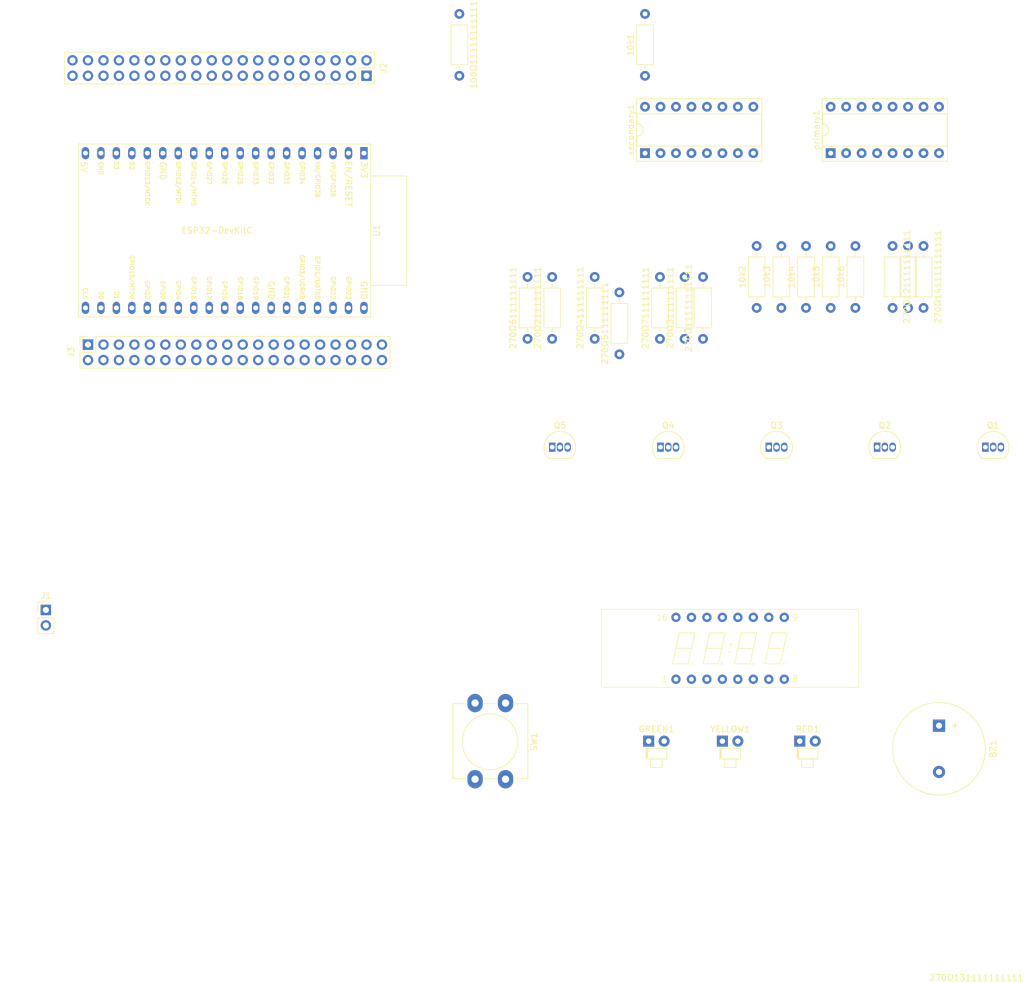
<source format=kicad_pcb>
(kicad_pcb (version 20221018) (generator pcbnew)
  (layers (0 "F.Cu" signal) (31 "B.Cu" signal) (34 "B.Paste" user) (35 "F.Paste" user) (36 "B.SilkS" user "B.Silkscreen") (37 "F.SilkS" user "F.Silkscreen") (38 "B.Mask" user) (39 "F.Mask" user) (44 "Edge.Cuts" user))
  (net 0 "")
  (net 1 "+3V3")
  (net 2 "Net-(Q1-B)")
  (net 3 "Net-(primary1-QA)")
  (net 4 "Net-(Q5-B)")
  (net 5 "Net-(primary1-QB)")
  (net 6 "Net-(Q4-B)")
  (net 7 "Net-(primary1-QC)")
  (net 8 "Net-(Q3-B)")
  (net 9 "Net-(primary1-QD)")
  (net 10 "Net-(Q2-B)")
  (net 11 "Net-(primary1-QE)")
  (net 12 "Net-(J2-Pin_13a)")
  (net 13 "Net-(BZ1--)")
  (net 14 "Net-(primary1-QF)")
  (net 15 "Net-(GREEN1-A)")
  (net 16 "Net-(U2-f)")
  (net 17 "Net-(secondary1-QC)")
  (net 18 "Net-(primary1-QG)")
  (net 19 "Net-(YELLOW1-A)")
  (net 20 "Net-(U2-e)")
  (net 21 "Net-(secondary1-QD)")
  (net 22 "Net-(U2-d)")
  (net 23 "Net-(secondary1-QE)")
  (net 24 "Net-(U2-c{slash}D3)")
  (net 25 "Net-(secondary1-QF)")
  (net 26 "Net-(U2-b{slash}D2)")
  (net 27 "Net-(secondary1-QG)")
  (net 28 "Net-(U2-a{slash}D1)")
  (net 29 "Net-(secondary1-QH)")
  (net 30 "Net-(U2-g)")
  (net 31 "Net-(secondary1-QB)")
  (net 32 "Net-(primary1-QH)")
  (net 33 "Net-(RED1-A)")
  (net 34 "GNDPWR")
  (net 35 "Net-(J3-Pin_20a)")
  (net 36 "Net-(J3-Pin_21a)")
  (net 37 "Net-(J3-Pin_22a)")
  (net 38 "Net-(J3-Pin_23a)")
  (net 39 "Net-(J3-Pin_24a)")
  (net 40 "Net-(J3-Pin_25a)")
  (net 41 "Net-(J3-Pin_26a)")
  (net 42 "Net-(J3-Pin_27a)")
  (net 43 "Net-(J3-Pin_28a)")
  (net 44 "Net-(J3-Pin_29a)")
  (net 45 "Net-(J3-Pin_30a)")
  (net 46 "Net-(J3-Pin_31a)")
  (net 49 "Net-(J3-Pin_33a)")
  (net 50 "Net-(J3-Pin_34a)")
  (net 51 "Net-(J3-Pin_35a)")
  (net 52 "Net-(J3-Pin_36a)")
  (net 53 "Net-(J3-Pin_37a)")
  (net 58 "Net-(primary1-QH')")
  (net 59 "Net-(J2-Pin_9a)")
  (net 60 "Net-(J2-Pin_10a)")
  (net 61 "Net-(J2-Pin_11a)")
  (net 62 "Net-(Q1-C)")
  (net 63 "Net-(Q2-C)")
  (net 64 "Net-(Q3-C)")
  (net 65 "Net-(Q4-C)")
  (net 66 "Net-(Q5-C)")
  (net 69 "Net-(J2-Pin_2a)")
  (net 70 "Net-(J2-Pin_4a)")
  (net 71 "Net-(J2-Pin_5a)")
  (net 72 "Net-(J2-Pin_6a)")
  (net 73 "Net-(J2-Pin_7a)")
  (net 74 "Net-(J2-Pin_8a)")
  (net 75 "Net-(J2-Pin_12a)")
  (net 76 "Net-(J2-Pin_15a)")
  (net 77 "Net-(J2-Pin_16a)")
  (net 78 "Net-(J2-Pin_17a)")
  (net 79 "Net-(J2-Pin_18a)")
  (net 80 "+5V")
  (footprint "Button_Switch_THT:SW_PUSH-12mm_Wuerth-430476085716" (layer "F.Cu") (at 175.22 143.61 -90)
    (fp_text reference "SW1" (at 6.35 -4.66 90) (layer "F.SilkS"))
    (fp_text value "SW_Push")
    (pad "1" thru_hole oval (at 0 0 270) (size 3 2.5) (drill 1.2) (layers "*.Cu" "*.Mask") (net 34 "GNDPWR"))
    (pad "1" thru_hole oval (at 12.5 0 270) (size 3 2.5) (drill 1.2) (layers "*.Cu" "*.Mask") (net 34 "GNDPWR"))
    (pad "2" thru_hole oval (at 0 5 270) (size 3 2.5) (drill 1.2) (layers "*.Cu" "*.Mask") (net 1 "+3V3"))
    (pad "2" thru_hole oval (at 12.5 5 270) (size 3 2.5) (drill 1.2) (layers "*.Cu" "*.Mask") (net 1 "+3V3"))
  )
  (footprint "Library:OSL_40391_LRA" (layer "F.Cu") (at 212.09 134.62)
    (fp_text reference "U2" hide)
    (fp_text value "4digit_7seg_led" hide)
    (fp_text user "16" (at -10.16 -5.08 unlocked) (layer "F.SilkS") (effects (font (thickness 0.1)) (justify right)))
    (fp_text user "9" (at 10.16 -5.08 unlocked) (layer "F.SilkS") (effects (font (thickness 0.1)) (justify left)))
    (fp_text user "1" (at -10.16 5.08 unlocked) (layer "F.SilkS") (effects (font (thickness 0.1)) (justify right)))
    (fp_text user "8" (at 10.16 5.08 unlocked) (layer "F.SilkS") (effects (font (thickness 0.1)) (justify left)))
    (pad "1" thru_hole circle (at -8.89 5.08) (size 1.524 1.524) (drill 0.762) (layers "*.Cu" "*.Mask") (net 66 "Net-(Q5-C)"))
    (pad "2" thru_hole circle (at -6.35 5.08) (size 1.524 1.524) (drill 0.762) (layers "*.Cu" "*.Mask") (net 65 "Net-(Q4-C)"))
    (pad "3" thru_hole circle (at -3.81 5.08) (size 1.524 1.524) (drill 0.762) (layers "*.Cu" "*.Mask") (net 22 "Net-(U2-d)"))
    (pad "4" thru_hole circle (at -1.27 5.08) (size 1.524 1.524) (drill 0.762) (layers "*.Cu" "*.Mask") (net 62 "Net-(Q1-C)"))
    (pad "5" thru_hole circle (at 1.27 5.08) (size 1.524 1.524) (drill 0.762) (layers "*.Cu" "*.Mask") (net 20 "Net-(U2-e)"))
    (pad "6" thru_hole circle (at 3.81 5.08) (size 1.524 1.524) (drill 0.762) (layers "*.Cu" "*.Mask") (net 64 "Net-(Q3-C)"))
    (pad "7" thru_hole circle (at 6.35 5.08) (size 1.524 1.524) (drill 0.762) (layers "*.Cu" "*.Mask"))
    (pad "8" thru_hole circle (at 8.89 5.08) (size 1.524 1.524) (drill 0.762) (layers "*.Cu" "*.Mask") (net 63 "Net-(Q2-C)"))
    (pad "9" thru_hole circle (at 8.89 -5.08) (size 1.524 1.524) (drill 0.762) (layers "*.Cu" "*.Mask"))
    (pad "10" thru_hole circle (at 6.35 -5.08) (size 1.524 1.524) (drill 0.762) (layers "*.Cu" "*.Mask"))
    (pad "11" thru_hole circle (at 3.81 -5.08) (size 1.524 1.524) (drill 0.762) (layers "*.Cu" "*.Mask") (net 16 "Net-(U2-f)"))
    (pad "12" thru_hole circle (at 1.27 -5.08) (size 1.524 1.524) (drill 0.762) (layers "*.Cu" "*.Mask"))
    (pad "13" thru_hole circle (at -1.27 -5.08) (size 1.524 1.524) (drill 0.762) (layers "*.Cu" "*.Mask") (net 24 "Net-(U2-c{slash}D3)"))
    (pad "14" thru_hole circle (at -3.81 -5.08) (size 1.524 1.524) (drill 0.762) (layers "*.Cu" "*.Mask") (net 28 "Net-(U2-a{slash}D1)"))
    (pad "15" thru_hole circle (at -6.35 -5.08) (size 1.524 1.524) (drill 0.762) (layers "*.Cu" "*.Mask") (net 30 "Net-(U2-g)"))
    (pad "16" thru_hole circle (at -8.89 -5.08) (size 1.524 1.524) (drill 0.762) (layers "*.Cu" "*.Mask") (net 26 "Net-(U2-b{slash}D2)"))
  )
  (footprint "Resistor_THT:R_Axial_DIN0207_L6.3mm_D2.5mm_P10.16mm_Horizontal" (layer "F.Cu") (at 216.45 78.74 90)
    (fp_text reference "10k2" (at 5.08 -2.37 90) (layer "F.SilkS"))
    (fp_text value "R_US")
    (pad "1" thru_hole circle (at 0 0 90) (size 1.6 1.6) (drill 0.8) (layers "*.Cu" "*.Mask") (net 2 "Net-(Q1-B)"))
    (pad "2" thru_hole oval (at 10.16 0 90) (size 1.6 1.6) (drill 0.8) (layers "*.Cu" "*.Mask") (net 3 "Net-(primary1-QA)"))
  )
  (footprint "Resistor_THT:R_Axial_DIN0207_L6.3mm_D2.5mm_P10.16mm_Horizontal" (layer "F.Cu") (at 220.5 78.74 90)
    (fp_text reference "10k3" (at 5.08 -2.37 90) (layer "F.SilkS"))
    (fp_text value "R_US")
    (pad "1" thru_hole circle (at 0 0 90) (size 1.6 1.6) (drill 0.8) (layers "*.Cu" "*.Mask") (net 4 "Net-(Q5-B)"))
    (pad "2" thru_hole oval (at 10.16 0 90) (size 1.6 1.6) (drill 0.8) (layers "*.Cu" "*.Mask") (net 5 "Net-(primary1-QB)"))
  )
  (footprint "Library:PinSocket_2x20_P2.54mm_20a_38a" (layer "F.Cu") (at 106.68 84.765 90)
    (fp_text reference "J3" (at -1.27 -2.77 90) (layer "F.SilkS"))
    (fp_text value "Conn_02x20_Row_Letter_Last")
    (pad "20a" thru_hole rect (at 0 0 90) (size 1.7 1.7) (drill 1) (layers "*.Cu" "*.Mask") (net 35 "Net-(J3-Pin_20a)"))
    (pad "20b" thru_hole oval (at -2.54 0 90) (size 1.7 1.7) (drill 1) (layers "*.Cu" "*.Mask") (net 35 "Net-(J3-Pin_20a)"))
    (pad "21a" thru_hole oval (at 0 2.54 90) (size 1.7 1.7) (drill 1) (layers "*.Cu" "*.Mask") (net 36 "Net-(J3-Pin_21a)"))
    (pad "21b" thru_hole oval (at -2.54 2.54 90) (size 1.7 1.7) (drill 1) (layers "*.Cu" "*.Mask") (net 36 "Net-(J3-Pin_21a)"))
    (pad "22a" thru_hole oval (at 0 5.08 90) (size 1.7 1.7) (drill 1) (layers "*.Cu" "*.Mask") (net 37 "Net-(J3-Pin_22a)"))
    (pad "22b" thru_hole oval (at -2.54 5.08 90) (size 1.7 1.7) (drill 1) (layers "*.Cu" "*.Mask") (net 37 "Net-(J3-Pin_22a)"))
    (pad "23a" thru_hole oval (at 0 7.62 90) (size 1.7 1.7) (drill 1) (layers "*.Cu" "*.Mask") (net 38 "Net-(J3-Pin_23a)"))
    (pad "23b" thru_hole oval (at -2.54 7.62 90) (size 1.7 1.7) (drill 1) (layers "*.Cu" "*.Mask") (net 38 "Net-(J3-Pin_23a)"))
    (pad "24a" thru_hole oval (at 0 10.16 90) (size 1.7 1.7) (drill 1) (layers "*.Cu" "*.Mask") (net 39 "Net-(J3-Pin_24a)"))
    (pad "24b" thru_hole oval (at -2.54 10.16 90) (size 1.7 1.7) (drill 1) (layers "*.Cu" "*.Mask") (net 39 "Net-(J3-Pin_24a)"))
    (pad "25a" thru_hole oval (at 0 12.7 90) (size 1.7 1.7) (drill 1) (layers "*.Cu" "*.Mask") (net 40 "Net-(J3-Pin_25a)"))
    (pad "25b" thru_hole oval (at -2.54 12.7 90) (size 1.7 1.7) (drill 1) (layers "*.Cu" "*.Mask") (net 40 "Net-(J3-Pin_25a)"))
    (pad "26a" thru_hole oval (at 0 15.24 90) (size 1.7 1.7) (drill 1) (layers "*.Cu" "*.Mask") (net 41 "Net-(J3-Pin_26a)"))
    (pad "26b" thru_hole oval (at -2.54 15.24 90) (size 1.7 1.7) (drill 1) (layers "*.Cu" "*.Mask") (net 41 "Net-(J3-Pin_26a)"))
    (pad "27a" thru_hole oval (at 0 17.78 90) (size 1.7 1.7) (drill 1) (layers "*.Cu" "*.Mask") (net 42 "Net-(J3-Pin_27a)"))
    (pad "27b" thru_hole oval (at -2.54 17.78 90) (size 1.7 1.7) (drill 1) (layers "*.Cu" "*.Mask") (net 42 "Net-(J3-Pin_27a)"))
    (pad "28a" thru_hole oval (at 0 20.32 90) (size 1.7 1.7) (drill 1) (layers "*.Cu" "*.Mask") (net 43 "Net-(J3-Pin_28a)"))
    (pad "28b" thru_hole oval (at -2.54 20.32 90) (size 1.7 1.7) (drill 1) (layers "*.Cu" "*.Mask") (net 43 "Net-(J3-Pin_28a)"))
    (pad "29a" thru_hole oval (at 0 22.86 90) (size 1.7 1.7) (drill 1) (layers "*.Cu" "*.Mask") (net 44 "Net-(J3-Pin_29a)"))
    (pad "29b" thru_hole oval (at -2.54 22.86 90) (size 1.7 1.7) (drill 1) (layers "*.Cu" "*.Mask") (net 44 "Net-(J3-Pin_29a)"))
    (pad "30a" thru_hole oval (at 0 25.4 90) (size 1.7 1.7) (drill 1) (layers "*.Cu" "*.Mask") (net 45 "Net-(J3-Pin_30a)"))
    (pad "30b" thru_hole oval (at -2.54 25.4 90) (size 1.7 1.7) (drill 1) (layers "*.Cu" "*.Mask") (net 45 "Net-(J3-Pin_30a)"))
    (pad "31a" thru_hole oval (at 0 27.94 90) (size 1.7 1.7) (drill 1) (layers "*.Cu" "*.Mask") (net 46 "Net-(J3-Pin_31a)"))
    (pad "31b" thru_hole oval (at -2.54 27.94 90) (size 1.7 1.7) (drill 1) (layers "*.Cu" "*.Mask") (net 46 "Net-(J3-Pin_31a)"))
    (pad "32a" thru_hole oval (at 0 30.48 90) (size 1.7 1.7) (drill 1) (layers "*.Cu" "*.Mask"))
    (pad "32b" thru_hole oval (at -2.54 30.48 90) (size 1.7 1.7) (drill 1) (layers "*.Cu" "*.Mask"))
    (pad "33a" thru_hole oval (at 0 33.02 90) (size 1.7 1.7) (drill 1) (layers "*.Cu" "*.Mask") (net 49 "Net-(J3-Pin_33a)"))
    (pad "33b" thru_hole oval (at -2.54 33.02 90) (size 1.7 1.7) (drill 1) (layers "*.Cu" "*.Mask") (net 49 "Net-(J3-Pin_33a)"))
    (pad "34a" thru_hole oval (at 0 35.56 90) (size 1.7 1.7) (drill 1) (layers "*.Cu" "*.Mask") (net 50 "Net-(J3-Pin_34a)"))
    (pad "34b" thru_hole oval (at -2.54 35.56 90) (size 1.7 1.7) (drill 1) (layers "*.Cu" "*.Mask") (net 50 "Net-(J3-Pin_34a)"))
    (pad "35a" thru_hole oval (at 0 38.1 90) (size 1.7 1.7) (drill 1) (layers "*.Cu" "*.Mask") (net 51 "Net-(J3-Pin_35a)"))
    (pad "35b" thru_hole oval (at -2.54 38.1 90) (size 1.7 1.7) (drill 1) (layers "*.Cu" "*.Mask") (net 51 "Net-(J3-Pin_35a)"))
    (pad "36a" thru_hole oval (at 0 40.64 90) (size 1.7 1.7) (drill 1) (layers "*.Cu" "*.Mask") (net 52 "Net-(J3-Pin_36a)"))
    (pad "36b" thru_hole oval (at -2.54 40.64 90) (size 1.7 1.7) (drill 1) (layers "*.Cu" "*.Mask") (net 52 "Net-(J3-Pin_36a)"))
    (pad "37a" thru_hole oval (at 0 43.18 90) (size 1.7 1.7) (drill 1) (layers "*.Cu" "*.Mask") (net 53 "Net-(J3-Pin_37a)"))
    (pad "37b" thru_hole oval (at -2.54 43.18 90) (size 1.7 1.7) (drill 1) (layers "*.Cu" "*.Mask") (net 53 "Net-(J3-Pin_37a)"))
    (pad "38a" thru_hole oval (at 0 45.72 90) (size 1.7 1.7) (drill 1) (layers "*.Cu" "*.Mask"))
    (pad "38b" thru_hole oval (at -2.54 45.72 90) (size 1.7 1.7) (drill 1) (layers "*.Cu" "*.Mask"))
    (pad "none_a" thru_hole oval (at 0 48.26 90) (size 1.7 1.7) (drill 1) (layers "*.Cu" "*.Mask"))
    (pad "none_b" thru_hole oval (at -2.54 48.26 90) (size 1.7 1.7) (drill 1) (layers "*.Cu" "*.Mask"))
  )
  (footprint "Library:PinSocket_2x20_P2.54mm_1a-19a" (layer "F.Cu") (at 152.4 40.64 -90)
    (fp_text reference "J2" (at -1.27 -2.77 90) (layer "F.SilkS"))
    (fp_text value "Conn_02x20_Row_Letter_Last")
    (pad "1a" thru_hole rect (at 0 0 270) (size 1.7 1.7) (drill 1) (layers "*.Cu" "*.Mask") (net 1 "+3V3"))
    (pad "1b" thru_hole oval (at -2.54 0 270) (size 1.7 1.7) (drill 1) (layers "*.Cu" "*.Mask") (net 1 "+3V3"))
    (pad "2a" thru_hole oval (at 0 2.54 270) (size 1.7 1.7) (drill 1) (layers "*.Cu" "*.Mask") (net 69 "Net-(J2-Pin_2a)"))
    (pad "2b" thru_hole oval (at -2.54 2.54 270) (size 1.7 1.7) (drill 1) (layers "*.Cu" "*.Mask") (net 69 "Net-(J2-Pin_2a)"))
    (pad "3a" thru_hole oval (at 0 5.08 270) (size 1.7 1.7) (drill 1) (layers "*.Cu" "*.Mask") (net 1 "+3V3"))
    (pad "3b" thru_hole oval (at -2.54 5.08 270) (size 1.7 1.7) (drill 1) (layers "*.Cu" "*.Mask") (net 1 "+3V3"))
    (pad "4a" thru_hole oval (at 0 7.62 270) (size 1.7 1.7) (drill 1) (layers "*.Cu" "*.Mask") (net 70 "Net-(J2-Pin_4a)"))
    (pad "4b" thru_hole oval (at -2.54 7.62 270) (size 1.7 1.7) (drill 1) (layers "*.Cu" "*.Mask") (net 70 "Net-(J2-Pin_4a)"))
    (pad "5a" thru_hole oval (at 0 10.16 270) (size 1.7 1.7) (drill 1) (layers "*.Cu" "*.Mask") (net 71 "Net-(J2-Pin_5a)"))
    (pad "5b" thru_hole oval (at -2.54 10.16 270) (size 1.7 1.7) (drill 1) (layers "*.Cu" "*.Mask") (net 71 "Net-(J2-Pin_5a)"))
    (pad "6a" thru_hole oval (at 0 12.7 270) (size 1.7 1.7) (drill 1) (layers "*.Cu" "*.Mask") (net 72 "Net-(J2-Pin_6a)"))
    (pad "6b" thru_hole oval (at -2.54 12.7 270) (size 1.7 1.7) (drill 1) (layers "*.Cu" "*.Mask") (net 72 "Net-(J2-Pin_6a)"))
    (pad "7a" thru_hole oval (at 0 15.24 270) (size 1.7 1.7) (drill 1) (layers "*.Cu" "*.Mask") (net 73 "Net-(J2-Pin_7a)"))
    (pad "7b" thru_hole oval (at -2.54 15.24 270) (size 1.7 1.7) (drill 1) (layers "*.Cu" "*.Mask") (net 73 "Net-(J2-Pin_7a)"))
    (pad "8a" thru_hole oval (at 0 17.78 270) (size 1.7 1.7) (drill 1) (layers "*.Cu" "*.Mask") (net 74 "Net-(J2-Pin_8a)"))
    (pad "8b" thru_hole oval (at -2.54 17.78 270) (size 1.7 1.7) (drill 1) (layers "*.Cu" "*.Mask") (net 74 "Net-(J2-Pin_8a)"))
    (pad "9a" thru_hole oval (at 0 20.32 270) (size 1.7 1.7) (drill 1) (layers "*.Cu" "*.Mask") (net 59 "Net-(J2-Pin_9a)"))
    (pad "9b" thru_hole oval (at -2.54 20.32 270) (size 1.7 1.7) (drill 1) (layers "*.Cu" "*.Mask") (net 59 "Net-(J2-Pin_9a)"))
    (pad "10a" thru_hole oval (at 0 22.86 270) (size 1.7 1.7) (drill 1) (layers "*.Cu" "*.Mask") (net 60 "Net-(J2-Pin_10a)"))
    (pad "10b" thru_hole oval (at -2.54 22.86 270) (size 1.7 1.7) (drill 1) (layers "*.Cu" "*.Mask") (net 60 "Net-(J2-Pin_10a)"))
    (pad "11a" thru_hole oval (at 0 25.4 270) (size 1.7 1.7) (drill 1) (layers "*.Cu" "*.Mask") (net 61 "Net-(J2-Pin_11a)"))
    (pad "11b" thru_hole oval (at -2.54 25.4 270) (size 1.7 1.7) (drill 1) (layers "*.Cu" "*.Mask") (net 61 "Net-(J2-Pin_11a)"))
    (pad "12a" thru_hole oval (at 0 27.94 270) (size 1.7 1.7) (drill 1) (layers "*.Cu" "*.Mask") (net 75 "Net-(J2-Pin_12a)"))
    (pad "12b" thru_hole oval (at -2.54 27.94 270) (size 1.7 1.7) (drill 1) (layers "*.Cu" "*.Mask") (net 75 "Net-(J2-Pin_12a)"))
    (pad "13a" thru_hole oval (at 0 30.48 270) (size 1.7 1.7) (drill 1) (layers "*.Cu" "*.Mask") (net 12 "Net-(J2-Pin_13a)"))
    (pad "13b" thru_hole oval (at -2.54 30.48 270) (size 1.7 1.7) (drill 1) (layers "*.Cu" "*.Mask") (net 12 "Net-(J2-Pin_13a)"))
    (pad "14a" thru_hole oval (at 0 33.02 270) (size 1.7 1.7) (drill 1) (layers "*.Cu" "*.Mask") (net 34 "GNDPWR"))
    (pad "14b" thru_hole oval (at -2.54 33.02 270) (size 1.7 1.7) (drill 1) (layers "*.Cu" "*.Mask") (net 34 "GNDPWR"))
    (pad "15a" thru_hole oval (at 0 35.56 270) (size 1.7 1.7) (drill 1) (layers "*.Cu" "*.Mask") (net 76 "Net-(J2-Pin_15a)"))
    (pad "15b" thru_hole oval (at -2.54 35.56 270) (size 1.7 1.7) (drill 1) (layers "*.Cu" "*.Mask") (net 76 "Net-(J2-Pin_15a)"))
    (pad "16a" thru_hole oval (at 0 38.1 270) (size 1.7 1.7) (drill 1) (layers "*.Cu" "*.Mask") (net 77 "Net-(J2-Pin_16a)"))
    (pad "16b" thru_hole oval (at -2.54 38.1 270) (size 1.7 1.7) (drill 1) (layers "*.Cu" "*.Mask") (net 77 "Net-(J2-Pin_16a)"))
    (pad "17a" thru_hole oval (at 0 40.64 270) (size 1.7 1.7) (drill 1) (layers "*.Cu" "*.Mask") (net 78 "Net-(J2-Pin_17a)"))
    (pad "17b" thru_hole oval (at -2.54 40.64 270) (size 1.7 1.7) (drill 1) (layers "*.Cu" "*.Mask") (net 78 "Net-(J2-Pin_17a)"))
    (pad "18a" thru_hole oval (at 0 43.18 270) (size 1.7 1.7) (drill 1) (layers "*.Cu" "*.Mask") (net 79 "Net-(J2-Pin_18a)"))
    (pad "18b" thru_hole oval (at -2.54 43.18 270) (size 1.7 1.7) (drill 1) (layers "*.Cu" "*.Mask") (net 79 "Net-(J2-Pin_18a)"))
    (pad "19a" thru_hole oval (at 0 45.72 270) (size 1.7 1.7) (drill 1) (layers "*.Cu" "*.Mask") (net 80 "+5V"))
    (pad "19b" thru_hole oval (at -2.54 45.72 270) (size 1.7 1.7) (drill 1) (layers "*.Cu" "*.Mask") (net 80 "+5V"))
    (pad "none_a" thru_hole oval (at 0 48.26 270) (size 1.7 1.7) (drill 1) (layers "*.Cu" "*.Mask"))
    (pad "none_b" thru_hole oval (at -2.54 48.26 270) (size 1.7 1.7) (drill 1) (layers "*.Cu" "*.Mask"))
  )
  (footprint "Resistor_THT:R_Axial_DIN0207_L6.3mm_D2.5mm_P10.16mm_Horizontal" (layer "F.Cu") (at 243.84 68.58 -90)
    (fp_text reference "270Ω141111111111" (at 5.08 -2.37 90) (layer "F.SilkS"))
    (fp_text value "R_US")
    (pad "1" thru_hole circle (at 0 0 270) (size 1.6 1.6) (drill 0.8) (layers "*.Cu" "*.Mask") (net 32 "Net-(primary1-QH)"))
    (pad "2" thru_hole oval (at 10.16 0 270) (size 1.6 1.6) (drill 0.8) (layers "*.Cu" "*.Mask") (net 33 "Net-(RED1-A)"))
  )
  (footprint "Resistor_THT:R_Axial_DIN0207_L6.3mm_D2.5mm_P10.16mm_Horizontal" (layer "F.Cu") (at 207.64 83.82 90)
    (fp_text reference "270Ω11111111111" (at 5.08 -2.37 90) (layer "F.SilkS"))
    (fp_text value "R_US")
    (pad "1" thru_hole circle (at 0 0 90) (size 1.6 1.6) (drill 0.8) (layers "*.Cu" "*.Mask") (net 30 "Net-(U2-g)"))
    (pad "2" thru_hole oval (at 10.16 0 90) (size 1.6 1.6) (drill 0.8) (layers "*.Cu" "*.Mask") (net 31 "Net-(secondary1-QB)"))
  )
  (footprint "Resistor_THT:R_Axial_DIN0207_L6.3mm_D2.5mm_P10.16mm_Horizontal" (layer "F.Cu") (at 193.91 86.36 90)
    (fp_text reference "270Ω5111111111" (at 5.08 -2.37 90) (layer "F.SilkS"))
    (fp_text value "R_US")
    (pad "1" thru_hole circle (at 0 0 90) (size 1.6 1.6) (drill 0.8) (layers "*.Cu" "*.Mask") (net 24 "Net-(U2-c{slash}D3)"))
    (pad "2" thru_hole oval (at 10.16 0 90) (size 1.6 1.6) (drill 0.8) (layers "*.Cu" "*.Mask") (net 25 "Net-(secondary1-QF)"))
  )
  (footprint "Resistor_THT:R_Axial_DIN0207_L6.3mm_D2.5mm_P10.16mm_Horizontal" (layer "F.Cu") (at 228.6 78.74 90)
    (fp_text reference "10k5" (at 5.08 -2.37 90) (layer "F.SilkS"))
    (fp_text value "R_US")
    (pad "1" thru_hole circle (at 0 0 90) (size 1.6 1.6) (drill 0.8) (layers "*.Cu" "*.Mask") (net 8 "Net-(Q3-B)"))
    (pad "2" thru_hole oval (at 10.16 0 90) (size 1.6 1.6) (drill 0.8) (layers "*.Cu" "*.Mask") (net 9 "Net-(primary1-QD)"))
  )
  (footprint "Package_TO_SOT_THT:TO-92_Inline" (layer "F.Cu") (at 236.22 101.6)
    (fp_text reference "Q2" (at 1.27 -3.56) (layer "F.SilkS"))
    (fp_text value "2SC1815")
    (pad "1" thru_hole rect (at 0 0) (size 1.05 1.5) (drill 0.75) (layers "*.Cu" "*.Mask") (net 34 "GNDPWR"))
    (pad "2" thru_hole oval (at 1.27 0) (size 1.05 1.5) (drill 0.75) (layers "*.Cu" "*.Mask") (net 63 "Net-(Q2-C)"))
    (pad "3" thru_hole oval (at 2.54 0) (size 1.05 1.5) (drill 0.75) (layers "*.Cu" "*.Mask") (net 10 "Net-(Q2-B)"))
  )
  (footprint "Package_TO_SOT_THT:TO-92_Inline" (layer "F.Cu") (at 254 101.6)
    (fp_text reference "Q1" (at 1.27 -3.56) (layer "F.SilkS"))
    (fp_text value "2SC1815")
    (pad "1" thru_hole rect (at 0 0) (size 1.05 1.5) (drill 0.75) (layers "*.Cu" "*.Mask") (net 34 "GNDPWR"))
    (pad "2" thru_hole oval (at 1.27 0) (size 1.05 1.5) (drill 0.75) (layers "*.Cu" "*.Mask") (net 62 "Net-(Q1-C)"))
    (pad "3" thru_hole oval (at 2.54 0) (size 1.05 1.5) (drill 0.75) (layers "*.Cu" "*.Mask") (net 2 "Net-(Q1-B)"))
  )
  (footprint "Resistor_THT:R_Axial_DIN0207_L6.3mm_D2.5mm_P10.16mm_Horizontal" (layer "F.Cu") (at 182.88 83.82 90)
    (fp_text reference "270Ω2111111111" (at 5.08 -2.37 90) (layer "F.SilkS"))
    (fp_text value "R_US")
    (pad "1" thru_hole circle (at 0 0 90) (size 1.6 1.6) (drill 0.8) (layers "*.Cu" "*.Mask") (net 16 "Net-(U2-f)"))
    (pad "2" thru_hole oval (at 10.16 0 90) (size 1.6 1.6) (drill 0.8) (layers "*.Cu" "*.Mask") (net 17 "Net-(secondary1-QC)"))
  )
  (footprint "LED_THT:LED_D1.8mm_W1.8mm_H2.4mm_Horizontal_O1.27mm_Z1.6mm" (layer "F.Cu") (at 210.82 149.86)
    (fp_text reference "YELLOW1" (at 1.27 -1.96) (layer "F.SilkS"))
    (fp_text value "LED")
    (pad "1" thru_hole rect (at 0 0) (size 1.8 1.8) (drill 0.9) (layers "*.Cu" "*.Mask") (net 34 "GNDPWR"))
    (pad "2" thru_hole circle (at 2.54 0) (size 1.8 1.8) (drill 0.9) (layers "*.Cu" "*.Mask") (net 19 "Net-(YELLOW1-A)"))
  )
  (footprint "Package_DIP:DIP-16_W7.62mm_Socket" (layer "F.Cu") (at 228.6 53.34 90)
    (fp_text reference "primary1" (at 3.81 -2.33 90) (layer "F.SilkS"))
    (fp_text value "74HC595")
    (pad "1" thru_hole rect (at 0 0 90) (size 1.6 1.6) (drill 0.8) (layers "*.Cu" "*.Mask") (net 5 "Net-(primary1-QB)"))
    (pad "2" thru_hole oval (at 0 2.54 90) (size 1.6 1.6) (drill 0.8) (layers "*.Cu" "*.Mask") (net 7 "Net-(primary1-QC)"))
    (pad "3" thru_hole oval (at 0 5.08 90) (size 1.6 1.6) (drill 0.8) (layers "*.Cu" "*.Mask") (net 9 "Net-(primary1-QD)"))
    (pad "4" thru_hole oval (at 0 7.62 90) (size 1.6 1.6) (drill 0.8) (layers "*.Cu" "*.Mask") (net 11 "Net-(primary1-QE)"))
    (pad "5" thru_hole oval (at 0 10.16 90) (size 1.6 1.6) (drill 0.8) (layers "*.Cu" "*.Mask") (net 14 "Net-(primary1-QF)"))
    (pad "6" thru_hole oval (at 0 12.7 90) (size 1.6 1.6) (drill 0.8) (layers "*.Cu" "*.Mask") (net 18 "Net-(primary1-QG)"))
    (pad "7" thru_hole oval (at 0 15.24 90) (size 1.6 1.6) (drill 0.8) (layers "*.Cu" "*.Mask") (net 32 "Net-(primary1-QH)"))
    (pad "8" thru_hole oval (at 0 17.78 90) (size 1.6 1.6) (drill 0.8) (layers "*.Cu" "*.Mask") (net 34 "GNDPWR"))
    (pad "9" thru_hole oval (at 7.62 17.78 90) (size 1.6 1.6) (drill 0.8) (layers "*.Cu" "*.Mask") (net 58 "Net-(primary1-QH')"))
    (pad "10" thru_hole oval (at 7.62 15.24 90) (size 1.6 1.6) (drill 0.8) (layers "*.Cu" "*.Mask") (net 1 "+3V3"))
    (pad "11" thru_hole oval (at 7.62 12.7 90) (size 1.6 1.6) (drill 0.8) (layers "*.Cu" "*.Mask") (net 59 "Net-(J2-Pin_9a)"))
    (pad "12" thru_hole oval (at 7.62 10.16 90) (size 1.6 1.6) (drill 0.8) (layers "*.Cu" "*.Mask") (net 60 "Net-(J2-Pin_10a)"))
    (pad "13" thru_hole oval (at 7.62 7.62 90) (size 1.6 1.6) (drill 0.8) (layers "*.Cu" "*.Mask") (net 34 "GNDPWR"))
    (pad "14" thru_hole oval (at 7.62 5.08 90) (size 1.6 1.6) (drill 0.8) (layers "*.Cu" "*.Mask") (net 61 "Net-(J2-Pin_11a)"))
    (pad "15" thru_hole oval (at 7.62 2.54 90) (size 1.6 1.6) (drill 0.8) (layers "*.Cu" "*.Mask") (net 3 "Net-(primary1-QA)"))
    (pad "16" thru_hole oval (at 7.62 0 90) (size 1.6 1.6) (drill 0.8) (layers "*.Cu" "*.Mask") (net 1 "+3V3"))
  )
  (footprint "Resistor_THT:R_Axial_DIN0207_L6.3mm_D2.5mm_P10.16mm_Horizontal" (layer "F.Cu") (at 198.12 40.64 90)
    (fp_text reference "10k1" (at 5.08 -2.37 90) (layer "F.SilkS"))
    (fp_text value "R_US")
    (pad "1" thru_hole circle (at 0 0 90) (size 1.6 1.6) (drill 0.8) (layers "*.Cu" "*.Mask") (net 1 "+3V3"))
    (pad "2" thru_hole oval (at 10.16 0 90) (size 1.6 1.6) (drill 0.8) (layers "*.Cu" "*.Mask") (net 1 "+3V3"))
  )
  (footprint "LED_THT:LED_D1.8mm_W1.8mm_H2.4mm_Horizontal_O1.27mm_Z1.6mm" (layer "F.Cu") (at 198.72 149.86)
    (fp_text reference "GREEN1" (at 1.27 -1.96) (layer "F.SilkS"))
    (fp_text value "LED")
    (pad "1" thru_hole rect (at 0 0) (size 1.8 1.8) (drill 0.9) (layers "*.Cu" "*.Mask") (net 34 "GNDPWR"))
    (pad "2" thru_hole circle (at 2.54 0) (size 1.8 1.8) (drill 0.9) (layers "*.Cu" "*.Mask") (net 15 "Net-(GREEN1-A)"))
  )
  (footprint "Resistor_THT:R_Axial_DIN0207_L6.3mm_D2.5mm_P10.16mm_Horizontal" (layer "F.Cu") (at 178.83 83.82 90)
    (fp_text reference "270Ω6111111111" (at 5.08 -2.37 90) (layer "F.SilkS"))
    (fp_text value "R_US")
    (pad "1" thru_hole circle (at 0 0 90) (size 1.6 1.6) (drill 0.8) (layers "*.Cu" "*.Mask") (net 26 "Net-(U2-b{slash}D2)"))
    (pad "2" thru_hole oval (at 10.16 0 90) (size 1.6 1.6) (drill 0.8) (layers "*.Cu" "*.Mask") (net 27 "Net-(secondary1-QG)"))
  )
  (footprint "LED_THT:LED_D1.8mm_W1.8mm_H2.4mm_Horizontal_O1.27mm_Z1.6mm" (layer "F.Cu") (at 223.52 149.86)
    (fp_text reference "RED1" (at 1.27 -1.96) (layer "F.SilkS"))
    (fp_text value "LED")
    (pad "1" thru_hole rect (at 0 0) (size 1.8 1.8) (drill 0.9) (layers "*.Cu" "*.Mask") (net 34 "GNDPWR"))
    (pad "2" thru_hole circle (at 2.54 0) (size 1.8 1.8) (drill 0.9) (layers "*.Cu" "*.Mask") (net 33 "Net-(RED1-A)"))
  )
  (footprint "Resistor_THT:R_Axial_DIN0207_L6.3mm_D2.5mm_P10.16mm_Horizontal" (layer "F.Cu") (at 224.55 78.74 90)
    (fp_text reference "10k4" (at 5.08 -2.37 90) (layer "F.SilkS"))
    (fp_text value "R_US")
    (pad "1" thru_hole circle (at 0 0 90) (size 1.6 1.6) (drill 0.8) (layers "*.Cu" "*.Mask") (net 6 "Net-(Q4-B)"))
    (pad "2" thru_hole oval (at 10.16 0 90) (size 1.6 1.6) (drill 0.8) (layers "*.Cu" "*.Mask") (net 7 "Net-(primary1-QC)"))
  )
  (footprint "Package_TO_SOT_THT:TO-92_Inline" (layer "F.Cu") (at 218.44 101.6)
    (fp_text reference "Q3" (at 1.27 -3.56) (layer "F.SilkS"))
    (fp_text value "2SC1815")
    (pad "1" thru_hole rect (at 0 0) (size 1.05 1.5) (drill 0.75) (layers "*.Cu" "*.Mask") (net 34 "GNDPWR"))
    (pad "2" thru_hole oval (at 1.27 0) (size 1.05 1.5) (drill 0.75) (layers "*.Cu" "*.Mask") (net 64 "Net-(Q3-C)"))
    (pad "3" thru_hole oval (at 2.54 0) (size 1.05 1.5) (drill 0.75) (layers "*.Cu" "*.Mask") (net 8 "Net-(Q3-B)"))
  )
  (footprint "Resistor_THT:R_Axial_DIN0207_L6.3mm_D2.5mm_P10.16mm_Horizontal" (layer "F.Cu") (at 238.76 68.58 -90)
    (fp_text reference "270Ω121111111111" (at 5.08 -2.37 90) (layer "F.SilkS"))
    (fp_text value "R_US")
    (pad "1" thru_hole circle (at 0 0 270) (size 1.6 1.6) (drill 0.8) (layers "*.Cu" "*.Mask") (net 14 "Net-(primary1-QF)"))
    (pad "2" thru_hole oval (at 10.16 0 270) (size 1.6 1.6) (drill 0.8) (layers "*.Cu" "*.Mask") (net 15 "Net-(GREEN1-A)"))
  )
  (footprint "Resistor_THT:R_Axial_DIN0207_L6.3mm_D2.5mm_P10.16mm_Horizontal" (layer "F.Cu") (at 232.65 78.74 90)
    (fp_text reference "10k6" (at 5.08 -2.37 90) (layer "F.SilkS"))
    (fp_text value "R_US")
    (pad "1" thru_hole circle (at 0 0 90) (size 1.6 1.6) (drill 0.8) (layers "*.Cu" "*.Mask") (net 10 "Net-(Q2-B)"))
    (pad "2" thru_hole oval (at 10.16 0 90) (size 1.6 1.6) (drill 0.8) (layers "*.Cu" "*.Mask") (net 11 "Net-(primary1-QE)"))
  )
  (footprint "Resistor_THT:R_Axial_DIN0207_L6.3mm_D2.5mm_P10.16mm_Horizontal" (layer "F.Cu") (at 189.86 83.82 90)
    (fp_text reference "270Ω4111111111" (at 5.08 -2.37 90) (layer "F.SilkS"))
    (fp_text value "R_US")
    (pad "1" thru_hole circle (at 0 0 90) (size 1.6 1.6) (drill 0.8) (layers "*.Cu" "*.Mask") (net 22 "Net-(U2-d)"))
    (pad "2" thru_hole oval (at 10.16 0 90) (size 1.6 1.6) (drill 0.8) (layers "*.Cu" "*.Mask") (net 23 "Net-(secondary1-QE)"))
  )
  (footprint "Buzzer_Beeper:Buzzer_15x7.5RM7.6" (layer "F.Cu") (at 246.38 147.32 -90)
    (fp_text reference "BZ1" (at 3.81 -8.89 90) (layer "F.SilkS"))
    (fp_text value "Buzzer")
    (fp_text user "+" (at -0.01 -2.54 90) (layer "F.SilkS"))
    (pad "1" thru_hole rect (at 0 0 270) (size 2 2) (drill 1) (layers "*.Cu" "*.Mask") (net 13 "Net-(BZ1--)"))
    (pad "2" thru_hole circle (at 7.6 0 270) (size 2 2) (drill 1) (layers "*.Cu" "*.Mask") (net 34 "GNDPWR"))
  )
  (footprint "Package_TO_SOT_THT:TO-92_Inline" (layer "F.Cu") (at 200.66 101.6)
    (fp_text reference "Q4" (at 1.27 -3.56) (layer "F.SilkS"))
    (fp_text value "2SC1815")
    (pad "1" thru_hole rect (at 0 0) (size 1.05 1.5) (drill 0.75) (layers "*.Cu" "*.Mask") (net 34 "GNDPWR"))
    (pad "2" thru_hole oval (at 1.27 0) (size 1.05 1.5) (drill 0.75) (layers "*.Cu" "*.Mask") (net 65 "Net-(Q4-C)"))
    (pad "3" thru_hole oval (at 2.54 0) (size 1.05 1.5) (drill 0.75) (layers "*.Cu" "*.Mask") (net 6 "Net-(Q4-B)"))
  )
  (footprint "Resistor_THT:R_Axial_DIN0207_L6.3mm_D2.5mm_P10.16mm_Horizontal" (layer "F.Cu") (at 241.3 68.58 -90)
    (fp_text reference "270Ω131111111111" (at 120.135 -11.215) (layer "F.SilkS"))
    (fp_text value "R_US")
    (pad "1" thru_hole circle (at 0 0 270) (size 1.6 1.6) (drill 0.8) (layers "*.Cu" "*.Mask") (net 18 "Net-(primary1-QG)"))
    (pad "2" thru_hole oval (at 10.16 0 270) (size 1.6 1.6) (drill 0.8) (layers "*.Cu" "*.Mask") (net 19 "Net-(YELLOW1-A)"))
  )
  (footprint "Package_TO_SOT_THT:TO-92_Inline" (layer "F.Cu") (at 182.88 101.6)
    (fp_text reference "Q5" (at 1.27 -3.56) (layer "F.SilkS"))
    (fp_text value "2SC1815")
    (pad "1" thru_hole rect (at 0 0) (size 1.05 1.5) (drill 0.75) (layers "*.Cu" "*.Mask") (net 34 "GNDPWR"))
    (pad "2" thru_hole oval (at 1.27 0) (size 1.05 1.5) (drill 0.75) (layers "*.Cu" "*.Mask") (net 66 "Net-(Q5-C)"))
    (pad "3" thru_hole oval (at 2.54 0) (size 1.05 1.5) (drill 0.75) (layers "*.Cu" "*.Mask") (net 4 "Net-(Q5-B)"))
  )
  (footprint "Connector_PinHeader_2.54mm:PinHeader_1x02_P2.54mm_Vertical" (layer "F.Cu") (at 99.765 128.325)
    (fp_text reference "J1" (at 0 -2.33) (layer "F.SilkS"))
    (fp_text value "Conn_01x02_Socket")
    (pad "1" thru_hole rect (at 0 0) (size 1.7 1.7) (drill 1) (layers "*.Cu" "*.Mask") (net 34 "GNDPWR"))
    (pad "2" thru_hole oval (at 0 2.54) (size 1.7 1.7) (drill 1) (layers "*.Cu" "*.Mask") (net 1 "+3V3"))
  )
  (footprint "Package_DIP:DIP-16_W7.62mm_Socket" (layer "F.Cu") (at 198.12 53.34 90)
    (fp_text reference "secondary1" (at 3.81 -2.33 90) (layer "F.SilkS"))
    (fp_text value "74HC595")
    (pad "1" thru_hole rect (at 0 0 90) (size 1.6 1.6) (drill 0.8) (layers "*.Cu" "*.Mask") (net 31 "Net-(secondary1-QB)"))
    (pad "2" thru_hole oval (at 0 2.54 90) (size 1.6 1.6) (drill 0.8) (layers "*.Cu" "*.Mask") (net 17 "Net-(secondary1-QC)"))
    (pad "3" thru_hole oval (at 0 5.08 90) (size 1.6 1.6) (drill 0.8) (layers "*.Cu" "*.Mask") (net 21 "Net-(secondary1-QD)"))
    (pad "4" thru_hole oval (at 0 7.62 90) (size 1.6 1.6) (drill 0.8) (layers "*.Cu" "*.Mask") (net 23 "Net-(secondary1-QE)"))
    (pad "5" thru_hole oval (at 0 10.16 90) (size 1.6 1.6) (drill 0.8) (layers "*.Cu" "*.Mask") (net 25 "Net-(secondary1-QF)"))
    (pad "6" thru_hole oval (at 0 12.7 90) (size 1.6 1.6) (drill 0.8) (layers "*.Cu" "*.Mask") (net 27 "Net-(secondary1-QG)"))
    (pad "7" thru_hole oval (at 0 15.24 90) (size 1.6 1.6) (drill 0.8) (layers "*.Cu" "*.Mask") (net 29 "Net-(secondary1-QH)"))
    (pad "8" thru_hole oval (at 0 17.78 90) (size 1.6 1.6) (drill 0.8) (layers "*.Cu" "*.Mask") (net 34 "GNDPWR"))
    (pad "9" thru_hole oval (at 7.62 17.78 90) (size 1.6 1.6) (drill 0.8) (layers "*.Cu" "*.Mask"))
    (pad "10" thru_hole oval (at 7.62 15.24 90) (size 1.6 1.6) (drill 0.8) (layers "*.Cu" "*.Mask") (net 1 "+3V3"))
    (pad "11" thru_hole oval (at 7.62 12.7 90) (size 1.6 1.6) (drill 0.8) (layers "*.Cu" "*.Mask") (net 59 "Net-(J2-Pin_9a)"))
    (pad "12" thru_hole oval (at 7.62 10.16 90) (size 1.6 1.6) (drill 0.8) (layers "*.Cu" "*.Mask") (net 60 "Net-(J2-Pin_10a)"))
    (pad "13" thru_hole oval (at 7.62 7.62 90) (size 1.6 1.6) (drill 0.8) (layers "*.Cu" "*.Mask") (net 34 "GNDPWR"))
    (pad "14" thru_hole oval (at 7.62 5.08 90) (size 1.6 1.6) (drill 0.8) (layers "*.Cu" "*.Mask") (net 58 "Net-(primary1-QH')"))
    (pad "15" thru_hole oval (at 7.62 2.54 90) (size 1.6 1.6) (drill 0.8) (layers "*.Cu" "*.Mask"))
    (pad "16" thru_hole oval (at 7.62 0 90) (size 1.6 1.6) (drill 0.8) (layers "*.Cu" "*.Mask") (net 1 "+3V3"))
  )
  (footprint "Resistor_THT:R_Axial_DIN0207_L6.3mm_D2.5mm_P10.16mm_Horizontal" (layer "F.Cu") (at 167.64 30.48 -90)
    (fp_text reference "100Ω11111111111" (at 5.08 -2.37 90) (layer "F.SilkS"))
    (fp_text value "R_US")
    (pad "1" thru_hole circle (at 0 0 270) (size 1.6 1.6) (drill 0.8) (layers "*.Cu" "*.Mask") (net 12 "Net-(J2-Pin_13a)"))
    (pad "2" thru_hole oval (at 10.16 0 270) (size 1.6 1.6) (drill 0.8) (layers "*.Cu" "*.Mask") (net 13 "Net-(BZ1--)"))
  )
  (footprint "Resistor_THT:R_Axial_DIN0207_L6.3mm_D2.5mm_P10.16mm_Horizontal" (layer "F.Cu") (at 204.62 83.82 90)
    (fp_text reference "270Ω3111111111" (at 5.08 -2.37 90) (layer "F.SilkS"))
    (fp_text value "R_US")
    (pad "1" thru_hole circle (at 0 0 90) (size 1.6 1.6) (drill 0.8) (layers "*.Cu" "*.Mask") (net 20 "Net-(U2-e)"))
    (pad "2" thru_hole oval (at 10.16 0 90) (size 1.6 1.6) (drill 0.8) (layers "*.Cu" "*.Mask") (net 21 "Net-(secondary1-QD)"))
  )
  (footprint "Resistor_THT:R_Axial_DIN0207_L6.3mm_D2.5mm_P10.16mm_Horizontal" (layer "F.Cu") (at 200.57 83.82 90)
    (fp_text reference "270Ω7111111111" (at 5.08 -2.37 90) (layer "F.SilkS"))
    (fp_text value "R_US")
    (pad "1" thru_hole circle (at 0 0 90) (size 1.6 1.6) (drill 0.8) (layers "*.Cu" "*.Mask") (net 28 "Net-(U2-a{slash}D1)"))
    (pad "2" thru_hole oval (at 10.16 0 90) (size 1.6 1.6) (drill 0.8) (layers "*.Cu" "*.Mask") (net 29 "Net-(secondary1-QH)"))
  )
  (footprint "PCM_Espressif:ESP32-DevKitC" (layer "F.Cu") (at 151.98344 53.34 -90)
    (fp_text reference "U1" (at 12.7 -2.1 90) (layer "F.SilkS"))
    (fp_text value "ESP32-DevKitC" (at 12.7 24.13) (layer "F.SilkS"))
    (fp_text user "D3" (at 1.27 40.64 -90 unlocked) (layer "F.SilkS") (effects (font (size 0.7 0.7)) (justify left)))
    (fp_text user "VN/GPIO39" (at 1.27 7.62 -90 unlocked) (layer "F.SilkS") (effects (font (size 0.7 0.7)) (justify left)))
    (fp_text user "GPIO35" (at 1.27 12.7 -90 unlocked) (layer "F.SilkS") (effects (font (size 0.7 0.7)) (justify left)))
    (fp_text user "GPIO26" (at 1.27 22.86 -90 unlocked) (layer "F.SilkS") (effects (font (size 0.7 0.7)) (justify left)))
    (fp_text user "D1" (at 24.13 40.64 -90 unlocked) (layer "F.SilkS") (effects (font (size 0.7 0.7)) (justify right)))
    (fp_text user "GPIO18" (at 24.13 20.32 -90 unlocked) (layer "F.SilkS") (effects (font (size 0.7 0.7)) (justify right)))
    (fp_text user "GPIO4" (at 24.13 30.48 -90 unlocked) (layer "F.SilkS") (effects (font (size 0.7 0.7)) (justify right)))
    (fp_text user "GPIO2" (at 24.13 35.56 -90 unlocked) (layer "F.SilkS") (effects (font (size 0.7 0.7)) (justify right)))
    (fp_text user "VP/GPIO36" (at 1.27 5.08 -90 unlocked) (layer "F.SilkS") (effects (font (size 0.7 0.7)) (justify left)))
    (fp_text user "GPIO0" (at 24.13 33.02 -90 unlocked) (layer "F.SilkS") (effects (font (size 0.7 0.7)) (justify right)))
    (fp_text user "3V3" (at 1.27 0 -90 unlocked) (layer "F.SilkS") (effects (justify left)))
    (fp_text user "GPIO22" (at 24.13 5.08 -90 unlocked) (layer "F.SilkS") (effects (font (size 0.7 0.7)) (justify right)))
    (fp_text user "GPIO23" (at 24.13 2.54 -90 unlocked) (layer "F.SilkS") (effects (font (size 0.7 0.7)) (justify right)))
    (fp_text user "5V" (at 1.26632 45.97128 -90 unlocked) (layer "F.SilkS") (effects (justify left)))
    (fp_text user "GPIO27" (at 1.27 25.4 -90 unlocked) (layer "F.SilkS") (effects (font (size 0.7 0.7)) (justify left)))
    (fp_text user "GPIO13/MTCK" (at 1.27 35.56 -90 unlocked) (layer "F.SilkS") (effects (font (size 0.7 0.7)) (justify left)))
    (fp_text user "GPIO34" (at 1.27 10.16 -90 unlocked) (layer "F.SilkS") (effects (font (size 0.7 0.7)) (justify left)))
    (fp_text user "GPIO1/U0TXD" (at 24.13 7.62 -90 unlocked) (layer "F.SilkS") (effects (font (size 0.7 0.7)) (justify right)))
    (fp_text user "GPIO33" (at 1.27 17.78 -90 unlocked) (layer "F.SilkS") (effects (font (size 0.7 0.7)) (justify left)))
    (fp_text user "D0" (at 24.13 43.18 -90 unlocked) (layer "F.SilkS") (effects (font (size 0.7 0.7)) (justify right)))
    (fp_text user "GPIO16" (at 24.13 27.94 -90 unlocked) (layer "F.SilkS") (effects (font (size 0.7 0.7)) (justify right)))
    (fp_text user "GPIO32" (at 1.27 15.24 -90 unlocked) (layer "F.SilkS") (effects (font (size 0.7 0.7)) (justify left)))
    (fp_text user "CLK" (at 24.13 45.72 -90 unlocked) (layer "F.SilkS") (effects (font (size 0.7 0.7)) (justify right)))
    (fp_text user "GND" (at 24.13 15.24 -90 unlocked) (layer "F.SilkS") (effects (justify right)))
    (fp_text user "GPIO5" (at 24.13 22.86 -90 unlocked) (layer "F.SilkS") (effects (font (size 0.7 0.7)) (justify right)))
    (fp_text user "D2" (at 1.27 38.1 -90 unlocked) (layer "F.SilkS") (effects (font (size 0.7 0.7)) (justify left)))
    (fp_text user "GPIO15/MTDO" (at 24.13 38.1 -90 unlocked) (layer "F.SilkS") (effects (font (size 0.7 0.7)) (justify right)))
    (fp_text user "GND" (at 1.27 33.02 -90 unlocked) (layer "F.SilkS") (effects (justify left)))
    (fp_text user "GPIO17" (at 24.13 25.4 -90 unlocked) (layer "F.SilkS") (effects (font (size 0.7 0.7)) (justify right)))
    (fp_text user "EN/RESET" (at 8.88632 2.53728 -90 unlocked) (layer "F.SilkS") (effects (justify right)))
    (fp_text user "GPIO25" (at 1.27 20.32 -90 unlocked) (layer "F.SilkS") (effects (font (size 0.7 0.7)) (justify left)))
    (fp_text user "GPIO19" (at 24.13 17.78 -90 unlocked) (layer "F.SilkS") (effects (font (size 0.7 0.7)) (justify right)))
    (fp_text user "CMD" (at 1.27 43.18 -90 unlocked) (layer "F.SilkS") (effects (font (size 0.7 0.7)) (justify left)))
    (fp_text user "GPIO21" (at 24.13 12.7 -90 unlocked) (layer "F.SilkS") (effects (font (size 0.7 0.7)) (justify right)))
    (fp_text user "GPIO14/MTMS" (at 1.27 27.94 -90 unlocked) (layer "F.SilkS") (effects (font (size 0.7 0.7)) (justify left)))
    (fp_text user "GPIO3/U0RXD" (at 24.13 10.16 -90 unlocked) (layer "F.SilkS") (effects (font (size 0.7 0.7)) (justify right)))
    (fp_text user "GPIO12/MTDI" (at 1.27 30.48 -90 unlocked) (layer "F.SilkS") (effects (font (size 0.7 0.7)) (justify left)))
    (fp_text user "GND" (at 24.13 0 -90 unlocked) (layer "F.SilkS") (effects (justify right)))
    (pad "1" thru_hole rect (at 0 0 180) (size 1.2 2) (drill 0.8) (layers "*.Cu" "*.Mask") (net 1 "+3V3"))
    (pad "2" thru_hole oval (at 0 2.54 180) (size 1.2 2) (drill 0.8) (layers "*.Cu" "*.Mask") (net 69 "Net-(J2-Pin_2a)"))
    (pad "3" thru_hole oval (at 0 5.08 180) (size 1.2 2) (drill 0.8) (layers "*.Cu" "*.Mask") (net 1 "+3V3"))
    (pad "4" thru_hole oval (at 0 7.62 180) (size 1.2 2) (drill 0.8) (layers "*.Cu" "*.Mask") (net 70 "Net-(J2-Pin_4a)"))
    (pad "5" thru_hole oval (at 0 10.16 180) (size 1.2 2) (drill 0.8) (layers "*.Cu" "*.Mask") (net 71 "Net-(J2-Pin_5a)"))
    (pad "6" thru_hole oval (at 0 12.7 180) (size 1.2 2) (drill 0.8) (layers "*.Cu" "*.Mask") (net 72 "Net-(J2-Pin_6a)"))
    (pad "7" thru_hole oval (at 0 15.24 180) (size 1.2 2) (drill 0.8) (layers "*.Cu" "*.Mask") (net 73 "Net-(J2-Pin_7a)"))
    (pad "8" thru_hole oval (at 0 17.78 180) (size 1.2 2) (drill 0.8) (layers "*.Cu" "*.Mask") (net 74 "Net-(J2-Pin_8a)"))
    (pad "9" thru_hole oval (at 0 20.32 180) (size 1.2 2) (drill 0.8) (layers "*.Cu" "*.Mask") (net 59 "Net-(J2-Pin_9a)"))
    (pad "10" thru_hole oval (at 0 22.86 180) (size 1.2 2) (drill 0.8) (layers "*.Cu" "*.Mask") (net 60 "Net-(J2-Pin_10a)"))
    (pad "11" thru_hole oval (at 0 25.4 180) (size 1.2 2) (drill 0.8) (layers "*.Cu" "*.Mask") (net 61 "Net-(J2-Pin_11a)"))
    (pad "12" thru_hole oval (at 0 27.94 180) (size 1.2 2) (drill 0.8) (layers "*.Cu" "*.Mask") (net 75 "Net-(J2-Pin_12a)"))
    (pad "13" thru_hole oval (at 0 30.48 180) (size 1.2 2) (drill 0.8) (layers "*.Cu" "*.Mask") (net 12 "Net-(J2-Pin_13a)"))
    (pad "14" thru_hole oval (at 0 33.02 180) (size 1.2 2) (drill 0.8) (layers "*.Cu" "*.Mask") (net 34 "GNDPWR"))
    (pad "15" thru_hole oval (at 0 35.56 180) (size 1.2 2) (drill 0.8) (layers "*.Cu" "*.Mask") (net 76 "Net-(J2-Pin_15a)"))
    (pad "16" thru_hole oval (at 0 38.1 180) (size 1.2 2) (drill 0.8) (layers "*.Cu" "*.Mask") (net 77 "Net-(J2-Pin_16a)"))
    (pad "17" thru_hole oval (at 0 40.64 180) (size 1.2 2) (drill 0.8) (layers "*.Cu" "*.Mask") (net 78 "Net-(J2-Pin_17a)"))
    (pad "18" thru_hole oval (at 0 43.18 180) (size 1.2 2) (drill 0.8) (layers "*.Cu" "*.Mask") (net 79 "Net-(J2-Pin_18a)"))
    (pad "19" thru_hole oval (at 0 45.72 180) (size 1.2 2) (drill 0.8) (layers "*.Cu" "*.Mask") (net 80 "+5V"))
    (pad "20" thru_hole oval (at 25.39632 45.71728 180) (size 1.2 2) (drill 0.8) (layers "*.Cu" "*.Mask") (net 35 "Net-(J3-Pin_20a)"))
    (pad "21" thru_hole oval (at 25.39632 43.17728 180) (size 1.2 2) (drill 0.8) (layers "*.Cu" "*.Mask") (net 36 "Net-(J3-Pin_21a)"))
    (pad "22" thru_hole oval (at 25.4 40.64 180) (size 1.2 2) (drill 0.8) (layers "*.Cu" "*.Mask") (net 37 "Net-(J3-Pin_22a)"))
    (pad "23" thru_hole oval (at 25.4 38.1 180) (size 1.2 2) (drill 0.8) (layers "*.Cu" "*.Mask") (net 38 "Net-(J3-Pin_23a)"))
    (pad "24" thru_hole oval (at 25.4 35.56 180) (size 1.2 2) (drill 0.8) (layers "*.Cu" "*.Mask") (net 39 "Net-(J3-Pin_24a)"))
    (pad "25" thru_hole oval (at 25.4 33.02 180) (size 1.2 2) (drill 0.8) (layers "*.Cu" "*.Mask") (net 40 "Net-(J3-Pin_25a)"))
    (pad "26" thru_hole oval (at 25.4 30.48 180) (size 1.2 2) (drill 0.8) (layers "*.Cu" "*.Mask") (net 41 "Net-(J3-Pin_26a)"))
    (pad "27" thru_hole oval (at 25.4 27.94 180) (size 1.2 2) (drill 0.8) (layers "*.Cu" "*.Mask") (net 42 "Net-(J3-Pin_27a)"))
    (pad "28" thru_hole oval (at 25.4 25.4 180) (size 1.2 2) (drill 0.8) (layers "*.Cu" "*.Mask") (net 43 "Net-(J3-Pin_28a)"))
    (pad "29" thru_hole oval (at 25.4 22.86 180) (size 1.2 2) (drill 0.8) (layers "*.Cu" "*.Mask") (net 44 "Net-(J3-Pin_29a)"))
    (pad "30" thru_hole oval (at 25.4 20.32 180) (size 1.2 2) (drill 0.8) (layers "*.Cu" "*.Mask") (net 45 "Net-(J3-Pin_30a)"))
    (pad "31" thru_hole oval (at 25.4 17.78 180) (size 1.2 2) (drill 0.8) (layers "*.Cu" "*.Mask") (net 46 "Net-(J3-Pin_31a)"))
    (pad "32" thru_hole oval (at 25.4 15.24 180) (size 1.2 2) (drill 0.8) (layers "*.Cu" "*.Mask") (net 34 "GNDPWR"))
    (pad "33" thru_hole oval (at 25.4 12.7 180) (size 1.2 2) (drill 0.8) (layers "*.Cu" "*.Mask") (net 49 "Net-(J3-Pin_33a)"))
    (pad "34" thru_hole oval (at 25.4 10.16 180) (size 1.2 2) (drill 0.8) (layers "*.Cu" "*.Mask") (net 50 "Net-(J3-Pin_34a)"))
    (pad "35" thru_hole oval (at 25.4 7.62 180) (size 1.2 2) (drill 0.8) (layers "*.Cu" "*.Mask") (net 51 "Net-(J3-Pin_35a)"))
    (pad "36" thru_hole oval (at 25.4 5.08 180) (size 1.2 2) (drill 0.8) (layers "*.Cu" "*.Mask") (net 52 "Net-(J3-Pin_36a)"))
    (pad "37" thru_hole oval (at 25.4 2.54 180) (size 1.2 2) (drill 0.8) (layers "*.Cu" "*.Mask") (net 53 "Net-(J3-Pin_37a)"))
    (pad "38" thru_hole oval (at 25.4 0 180) (size 1.2 2) (drill 0.8) (layers "*.Cu" "*.Mask") (net 34 "GNDPWR"))
  )
)
</source>
